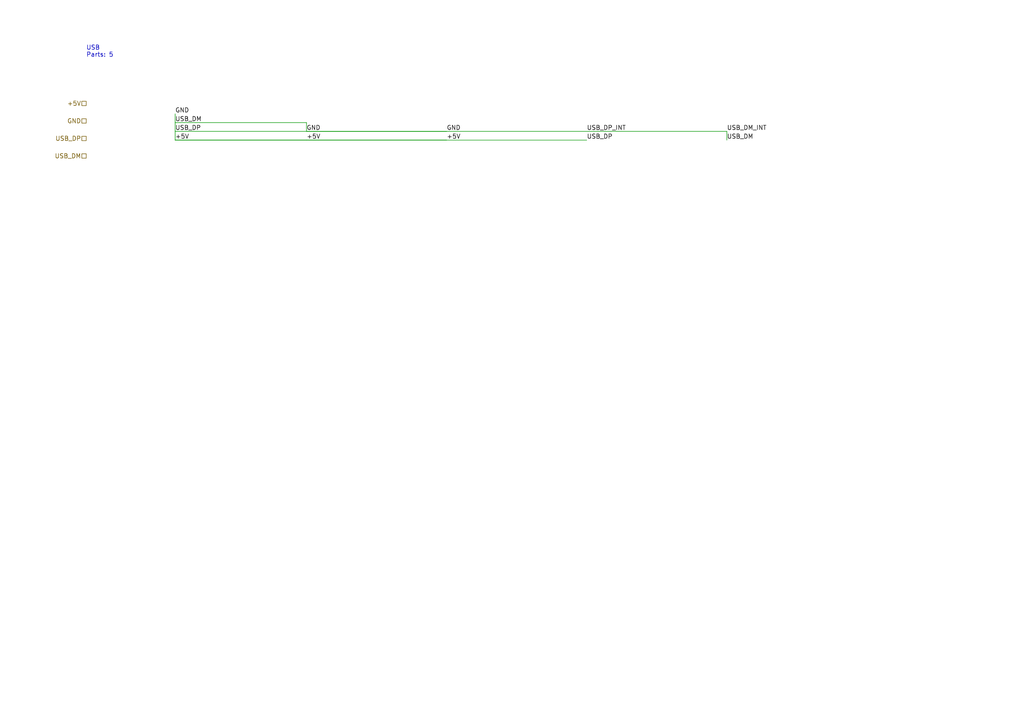
<source format=kicad_sch>
(kicad_sch (version 20250114) (generator "kicad_auto_builder") (generator_version "1.2")
  (paper "A4")
  (title_block (title "USB") (date "2024-12-12") (rev "1.0") (company "HierarchicalBoard") (comment 1 "Sub-sheet: USB"))
  (lib_symbols
    (symbol "USB_A" (pin_names (offset 1.016))
      (property "Reference" "J" (at 0 6.35 0))
      (property "Value" "USB_A" (at 0 -6.35 0))
      (symbol "USB_A_0_1"
        (rectangle (start -5.08 5.08) (end 5.08 -5.08) (stroke (width 0.254)) (fill (type background)))
      )
      (symbol "USB_A_1_1"
        (pin power_out line (at 7.62 2.54 180) (length 2.54) (name "VBUS") (number "1"))
        (pin bidirectional line (at 7.62 0 180) (length 2.54) (name "D-") (number "2"))
        (pin bidirectional line (at 7.62 -2.54 180) (length 2.54) (name "D+") (number "3"))
        (pin power_in line (at 0 -7.62 90) (length 2.54) (name "GND") (number "4"))
      )
    )
    (symbol "C" (pin_numbers hide) (pin_names (offset 0.254))
      (property "Reference" "C" (at 0.635 2.54 0))
      (property "Value" "C" (at 0.635 -2.54 0))
      (symbol "C_0_1"
        (polyline (pts (xy -2.032 -0.762) (xy 2.032 -0.762)) (stroke (width 0.508)))
        (polyline (pts (xy -2.032 0.762) (xy 2.032 0.762)) (stroke (width 0.508)))
      )
      (symbol "C_1_1"
        (pin passive line (at 0 3.81 270) (length 2.794) (name "1") (number "1"))
        (pin passive line (at 0 -3.81 90) (length 2.794) (name "2") (number "2"))
      )
    )
    (symbol "R" (pin_numbers hide) (pin_names (offset 0))
      (property "Reference" "R" (at 2.032 0 90))
      (property "Value" "R" (at 0 0 90))
      (symbol "R_0_1"
        (rectangle (start -1.016 -2.54) (end 1.016 2.54) (stroke (width 0.254)))
      )
      (symbol "R_1_1"
        (pin passive line (at 0 5.08 270) (length 2.54) (name "1") (number "1"))
        (pin passive line (at 0 -5.08 90) (length 2.54) (name "2") (number "2"))
      )
    )
  )
  (symbol (lib_id "custom:USB_A") (at 50.0 50.0 0) (unit 1)
    (property "Reference" "J2" (at 50.0 44.92 0))
    (property "Value" "USB-A" (at 50.0 55.08 0))
  )
  (symbol (lib_id "custom:C") (at 90.0 50.0 0) (unit 1)
    (property "Reference" "C3" (at 90.0 44.92 0))
    (property "Value" "100nF" (at 90.0 55.08 0))
  )
  (symbol (lib_id "custom:C") (at 130.0 50.0 0) (unit 1)
    (property "Reference" "C4" (at 130.0 44.92 0))
    (property "Value" "10uF" (at 130.0 55.08 0))
  )
  (symbol (lib_id "custom:R") (at 170.0 50.0 0) (unit 1)
    (property "Reference" "R2" (at 170.0 44.92 0))
    (property "Value" "22R" (at 170.0 55.08 0))
    (property "LCSC Part" "C17560" (effects hide))
  )
  (symbol (lib_id "custom:R") (at 210.0 50.0 0) (unit 1)
    (property "Reference" "R3" (at 210.0 44.92 0))
    (property "Value" "22R" (at 210.0 55.08 0))
    (property "LCSC Part" "C17560" (effects hide))
  )
  (wire (pts (xy 50.8 40.64) (xy 88.9 40.64)))
  (wire (pts (xy 88.9 40.64) (xy 129.54 40.64)))
  (wire (pts (xy 50.8 38.1) (xy 50.8 40.64)))
  (wire (pts (xy 50.8 40.64) (xy 170.18 40.64)))
  (wire (pts (xy 50.8 35.56) (xy 50.8 38.1)))
  (wire (pts (xy 50.8 38.1) (xy 210.82 38.1)))
  (wire (pts (xy 210.82 38.1) (xy 210.82 40.64)))
  (wire (pts (xy 50.8 33.02) (xy 50.8 35.56)))
  (wire (pts (xy 50.8 35.56) (xy 88.9 35.56)))
  (wire (pts (xy 88.9 35.56) (xy 88.9 38.1)))
  (wire (pts (xy 88.9 38.1) (xy 129.54 38.1)))
  (label "+5V" (at 50.8 40.64 0))
  (label "USB_DP" (at 50.8 38.1 0))
  (label "USB_DM" (at 50.8 35.56 0))
  (label "GND" (at 50.8 33.02 0))
  (label "+5V" (at 88.9 40.64 0))
  (label "GND" (at 88.9 38.1 0))
  (label "+5V" (at 129.54 40.64 0))
  (label "GND" (at 129.54 38.1 0))
  (label "USB_DP" (at 170.18 40.64 0))
  (label "USB_DP_INT" (at 170.18 38.1 0))
  (label "USB_DM" (at 210.82 40.64 0))
  (label "USB_DM_INT" (at 210.82 38.1 0))
  (hierarchical_label "+5V" (shape passive) (at 25.0 30.0 180))
  (hierarchical_label "GND" (shape passive) (at 25.0 35.08 180))
  (hierarchical_label "USB_DP" (shape passive) (at 25.0 40.16 180))
  (hierarchical_label "USB_DM" (shape passive) (at 25.0 45.239999999999995 180))
  (text "USB\nParts: 5" (at 25.0 15.0 0) (effects (font (size 1.27 1.27)) (justify left)))
)
</source>
